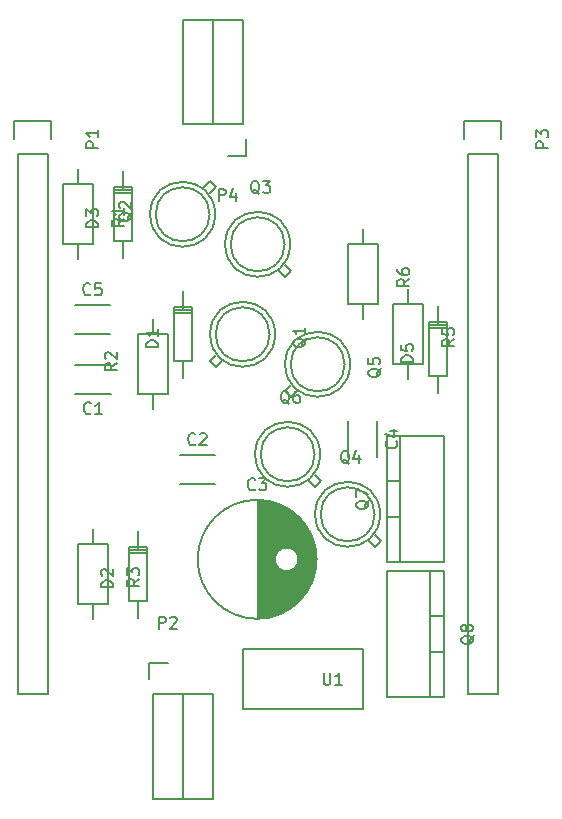
<source format=gbr>
G04 #@! TF.FileFunction,Legend,Top*
%FSLAX46Y46*%
G04 Gerber Fmt 4.6, Leading zero omitted, Abs format (unit mm)*
G04 Created by KiCad (PCBNEW 4.0.3+e1-6302~38~ubuntu16.04.1-stable) date Tue Aug 16 18:31:39 2016*
%MOMM*%
%LPD*%
G01*
G04 APERTURE LIST*
%ADD10C,0.100000*%
%ADD11C,0.150000*%
G04 APERTURE END LIST*
D10*
D11*
X48510000Y-102850000D02*
X45510000Y-102850000D01*
X45510000Y-100350000D02*
X48510000Y-100350000D01*
X54360000Y-107970000D02*
X57360000Y-107970000D01*
X57360000Y-110470000D02*
X54360000Y-110470000D01*
X60995000Y-111841000D02*
X60995000Y-121839000D01*
X61135000Y-111845000D02*
X61135000Y-121835000D01*
X61275000Y-111853000D02*
X61275000Y-121827000D01*
X61415000Y-111865000D02*
X61415000Y-121815000D01*
X61555000Y-111880000D02*
X61555000Y-121800000D01*
X61695000Y-111900000D02*
X61695000Y-121780000D01*
X61835000Y-111924000D02*
X61835000Y-121756000D01*
X61975000Y-111953000D02*
X61975000Y-121727000D01*
X62115000Y-111985000D02*
X62115000Y-121695000D01*
X62255000Y-112022000D02*
X62255000Y-121658000D01*
X62395000Y-112063000D02*
X62395000Y-121617000D01*
X62535000Y-112108000D02*
X62535000Y-116374000D01*
X62535000Y-117306000D02*
X62535000Y-121572000D01*
X62675000Y-112158000D02*
X62675000Y-116173000D01*
X62675000Y-117507000D02*
X62675000Y-121522000D01*
X62815000Y-112213000D02*
X62815000Y-116044000D01*
X62815000Y-117636000D02*
X62815000Y-121467000D01*
X62955000Y-112273000D02*
X62955000Y-115955000D01*
X62955000Y-117725000D02*
X62955000Y-121407000D01*
X63095000Y-112338000D02*
X63095000Y-115894000D01*
X63095000Y-117786000D02*
X63095000Y-121342000D01*
X63235000Y-112408000D02*
X63235000Y-115857000D01*
X63235000Y-117823000D02*
X63235000Y-121272000D01*
X63375000Y-112484000D02*
X63375000Y-115841000D01*
X63375000Y-117839000D02*
X63375000Y-121196000D01*
X63515000Y-112566000D02*
X63515000Y-115845000D01*
X63515000Y-117835000D02*
X63515000Y-121114000D01*
X63655000Y-112654000D02*
X63655000Y-115868000D01*
X63655000Y-117812000D02*
X63655000Y-121026000D01*
X63795000Y-112749000D02*
X63795000Y-115913000D01*
X63795000Y-117767000D02*
X63795000Y-120931000D01*
X63935000Y-112851000D02*
X63935000Y-115983000D01*
X63935000Y-117697000D02*
X63935000Y-120829000D01*
X64075000Y-112961000D02*
X64075000Y-116084000D01*
X64075000Y-117596000D02*
X64075000Y-120719000D01*
X64215000Y-113079000D02*
X64215000Y-116233000D01*
X64215000Y-117447000D02*
X64215000Y-120601000D01*
X64355000Y-113207000D02*
X64355000Y-116485000D01*
X64355000Y-117195000D02*
X64355000Y-120473000D01*
X64495000Y-113344000D02*
X64495000Y-120336000D01*
X64635000Y-113494000D02*
X64635000Y-120186000D01*
X64775000Y-113656000D02*
X64775000Y-120024000D01*
X64915000Y-113833000D02*
X64915000Y-119847000D01*
X65055000Y-114029000D02*
X65055000Y-119651000D01*
X65195000Y-114247000D02*
X65195000Y-119433000D01*
X65335000Y-114493000D02*
X65335000Y-119187000D01*
X65475000Y-114778000D02*
X65475000Y-118902000D01*
X65615000Y-115120000D02*
X65615000Y-118560000D01*
X65755000Y-115566000D02*
X65755000Y-118114000D01*
X65895000Y-116341000D02*
X65895000Y-117339000D01*
X64420000Y-116840000D02*
G75*
G03X64420000Y-116840000I-1000000J0D01*
G01*
X65957500Y-116840000D02*
G75*
G03X65957500Y-116840000I-5037500J0D01*
G01*
X71100000Y-105160000D02*
X71100000Y-108160000D01*
X68600000Y-108160000D02*
X68600000Y-105160000D01*
X45470000Y-95270000D02*
X48470000Y-95270000D01*
X48470000Y-97770000D02*
X45470000Y-97770000D01*
X54612540Y-100076520D02*
X54612540Y-101473520D01*
X54612540Y-95631520D02*
X54612540Y-94107520D01*
X55374540Y-96012520D02*
X53850540Y-96012520D01*
X55374540Y-95758520D02*
X53850540Y-95758520D01*
X54612540Y-95504520D02*
X53850540Y-95504520D01*
X53850540Y-95504520D02*
X53850540Y-100076520D01*
X53850540Y-100076520D02*
X55374540Y-100076520D01*
X55374540Y-100076520D02*
X55374540Y-95504520D01*
X55374540Y-95504520D02*
X54612540Y-95504520D01*
X49532540Y-89916520D02*
X49532540Y-91313520D01*
X49532540Y-85471520D02*
X49532540Y-83947520D01*
X50294540Y-85852520D02*
X48770540Y-85852520D01*
X50294540Y-85598520D02*
X48770540Y-85598520D01*
X49532540Y-85344520D02*
X48770540Y-85344520D01*
X48770540Y-85344520D02*
X48770540Y-89916520D01*
X48770540Y-89916520D02*
X50294540Y-89916520D01*
X50294540Y-89916520D02*
X50294540Y-85344520D01*
X50294540Y-85344520D02*
X49532540Y-85344520D01*
X40640000Y-82550000D02*
X40640000Y-128270000D01*
X40640000Y-128270000D02*
X43180000Y-128270000D01*
X43180000Y-128270000D02*
X43180000Y-82550000D01*
X40360000Y-79730000D02*
X40360000Y-81280000D01*
X40640000Y-82550000D02*
X43180000Y-82550000D01*
X43460000Y-81280000D02*
X43460000Y-79730000D01*
X43460000Y-79730000D02*
X40360000Y-79730000D01*
X57150000Y-137100000D02*
X57150000Y-128270000D01*
X54610000Y-137100000D02*
X57150000Y-137100000D01*
X54610000Y-128270000D02*
X54610000Y-137100000D01*
X54610000Y-128270000D02*
X57150000Y-128270000D01*
X52070000Y-128270000D02*
X54610000Y-128270000D01*
X53340000Y-125600000D02*
X51790000Y-125600000D01*
X51790000Y-125600000D02*
X51790000Y-127000000D01*
X52070000Y-128270000D02*
X52070000Y-137100000D01*
X52070000Y-137100000D02*
X54610000Y-137100000D01*
X54610000Y-137100000D02*
X54610000Y-128270000D01*
X78740000Y-82550000D02*
X78740000Y-128270000D01*
X78740000Y-128270000D02*
X81280000Y-128270000D01*
X81280000Y-128270000D02*
X81280000Y-82550000D01*
X78460000Y-79730000D02*
X78460000Y-81280000D01*
X78740000Y-82550000D02*
X81280000Y-82550000D01*
X81560000Y-81280000D02*
X81560000Y-79730000D01*
X81560000Y-79730000D02*
X78460000Y-79730000D01*
X54610000Y-71180000D02*
X54610000Y-80010000D01*
X57150000Y-71180000D02*
X54610000Y-71180000D01*
X57150000Y-80010000D02*
X57150000Y-71180000D01*
X57150000Y-80010000D02*
X54610000Y-80010000D01*
X59690000Y-80010000D02*
X57150000Y-80010000D01*
X58420000Y-82680000D02*
X59970000Y-82680000D01*
X59970000Y-82680000D02*
X59970000Y-81280000D01*
X59690000Y-80010000D02*
X59690000Y-71180000D01*
X59690000Y-71180000D02*
X57150000Y-71180000D01*
X57150000Y-71180000D02*
X57150000Y-80010000D01*
X57404000Y-100584000D02*
X57912000Y-100076000D01*
X57404000Y-99568000D02*
X56896000Y-100076000D01*
X56896000Y-100076000D02*
X57404000Y-100584000D01*
X61976000Y-97790000D02*
G75*
G03X61976000Y-97790000I-2286000J0D01*
G01*
X62440000Y-97790000D02*
G75*
G03X62440000Y-97790000I-2750000J0D01*
G01*
X56896000Y-84836000D02*
X56388000Y-85344000D01*
X56896000Y-85852000D02*
X57404000Y-85344000D01*
X57404000Y-85344000D02*
X56896000Y-84836000D01*
X56896000Y-87630000D02*
G75*
G03X56896000Y-87630000I-2286000J0D01*
G01*
X57360000Y-87630000D02*
G75*
G03X57360000Y-87630000I-2750000J0D01*
G01*
X63754000Y-92456000D02*
X63246000Y-91948000D01*
X62738000Y-92456000D02*
X63246000Y-92964000D01*
X63246000Y-92964000D02*
X63754000Y-92456000D01*
X63246000Y-90170000D02*
G75*
G03X63246000Y-90170000I-2286000J0D01*
G01*
X63710000Y-90170000D02*
G75*
G03X63710000Y-90170000I-2750000J0D01*
G01*
X71374000Y-115316000D02*
X70866000Y-114808000D01*
X70358000Y-115316000D02*
X70866000Y-115824000D01*
X70866000Y-115824000D02*
X71374000Y-115316000D01*
X70866000Y-113030000D02*
G75*
G03X70866000Y-113030000I-2286000J0D01*
G01*
X71330000Y-113030000D02*
G75*
G03X71330000Y-113030000I-2750000J0D01*
G01*
X63754000Y-103124000D02*
X64262000Y-102616000D01*
X63754000Y-102108000D02*
X63246000Y-102616000D01*
X63246000Y-102616000D02*
X63754000Y-103124000D01*
X68326000Y-100330000D02*
G75*
G03X68326000Y-100330000I-2286000J0D01*
G01*
X68790000Y-100330000D02*
G75*
G03X68790000Y-100330000I-2750000J0D01*
G01*
X66294000Y-110236000D02*
X65786000Y-109728000D01*
X65278000Y-110236000D02*
X65786000Y-110744000D01*
X65786000Y-110744000D02*
X66294000Y-110236000D01*
X65786000Y-107950000D02*
G75*
G03X65786000Y-107950000I-2286000J0D01*
G01*
X66250000Y-107950000D02*
G75*
G03X66250000Y-107950000I-2750000J0D01*
G01*
X71882000Y-113284000D02*
X73025000Y-113284000D01*
X71882000Y-110236000D02*
X73025000Y-110236000D01*
X73025000Y-106426000D02*
X76708000Y-106426000D01*
X76708000Y-106426000D02*
X76708000Y-117094000D01*
X76708000Y-117094000D02*
X73025000Y-117094000D01*
X71882000Y-106426000D02*
X73025000Y-106426000D01*
X73025000Y-106426000D02*
X73025000Y-117094000D01*
X73025000Y-117094000D02*
X71882000Y-117094000D01*
X71882000Y-111760000D02*
X71882000Y-117094000D01*
X71882000Y-111760000D02*
X71882000Y-106426000D01*
X76708000Y-121666000D02*
X75565000Y-121666000D01*
X76708000Y-124714000D02*
X75565000Y-124714000D01*
X75565000Y-128524000D02*
X71882000Y-128524000D01*
X71882000Y-128524000D02*
X71882000Y-117856000D01*
X71882000Y-117856000D02*
X75565000Y-117856000D01*
X76708000Y-128524000D02*
X75565000Y-128524000D01*
X75565000Y-128524000D02*
X75565000Y-117856000D01*
X75565000Y-117856000D02*
X76708000Y-117856000D01*
X76708000Y-123190000D02*
X76708000Y-117856000D01*
X76708000Y-123190000D02*
X76708000Y-128524000D01*
X46990000Y-85090000D02*
X46990000Y-90170000D01*
X46990000Y-90170000D02*
X44450000Y-90170000D01*
X44450000Y-90170000D02*
X44450000Y-85090000D01*
X44450000Y-85090000D02*
X46990000Y-85090000D01*
X45720000Y-85090000D02*
X45720000Y-83820000D01*
X45720000Y-90170000D02*
X45720000Y-91440000D01*
X50800000Y-102870000D02*
X50800000Y-97790000D01*
X50800000Y-97790000D02*
X53340000Y-97790000D01*
X53340000Y-97790000D02*
X53340000Y-102870000D01*
X53340000Y-102870000D02*
X50800000Y-102870000D01*
X52070000Y-102870000D02*
X52070000Y-104140000D01*
X52070000Y-97790000D02*
X52070000Y-96520000D01*
X48260000Y-115570000D02*
X48260000Y-120650000D01*
X48260000Y-120650000D02*
X45720000Y-120650000D01*
X45720000Y-120650000D02*
X45720000Y-115570000D01*
X45720000Y-115570000D02*
X48260000Y-115570000D01*
X46990000Y-115570000D02*
X46990000Y-114300000D01*
X46990000Y-120650000D02*
X46990000Y-121920000D01*
X74930000Y-95250000D02*
X74930000Y-100330000D01*
X74930000Y-100330000D02*
X72390000Y-100330000D01*
X72390000Y-100330000D02*
X72390000Y-95250000D01*
X72390000Y-95250000D02*
X74930000Y-95250000D01*
X73660000Y-95250000D02*
X73660000Y-93980000D01*
X73660000Y-100330000D02*
X73660000Y-101600000D01*
X71120000Y-90170000D02*
X71120000Y-95250000D01*
X71120000Y-95250000D02*
X68580000Y-95250000D01*
X68580000Y-95250000D02*
X68580000Y-90170000D01*
X68580000Y-90170000D02*
X71120000Y-90170000D01*
X69850000Y-90170000D02*
X69850000Y-88900000D01*
X69850000Y-95250000D02*
X69850000Y-96520000D01*
X59690000Y-124460000D02*
X69850000Y-124460000D01*
X69850000Y-124460000D02*
X69850000Y-129540000D01*
X69850000Y-129540000D02*
X59690000Y-129540000D01*
X59690000Y-129540000D02*
X59690000Y-124460000D01*
X76202540Y-101346520D02*
X76202540Y-102743520D01*
X76202540Y-96901520D02*
X76202540Y-95377520D01*
X76964540Y-97282520D02*
X75440540Y-97282520D01*
X76964540Y-97028520D02*
X75440540Y-97028520D01*
X76202540Y-96774520D02*
X75440540Y-96774520D01*
X75440540Y-96774520D02*
X75440540Y-101346520D01*
X75440540Y-101346520D02*
X76964540Y-101346520D01*
X76964540Y-101346520D02*
X76964540Y-96774520D01*
X76964540Y-96774520D02*
X76202540Y-96774520D01*
X50802540Y-120396520D02*
X50802540Y-121793520D01*
X50802540Y-115951520D02*
X50802540Y-114427520D01*
X51564540Y-116332520D02*
X50040540Y-116332520D01*
X51564540Y-116078520D02*
X50040540Y-116078520D01*
X50802540Y-115824520D02*
X50040540Y-115824520D01*
X50040540Y-115824520D02*
X50040540Y-120396520D01*
X50040540Y-120396520D02*
X51564540Y-120396520D01*
X51564540Y-120396520D02*
X51564540Y-115824520D01*
X51564540Y-115824520D02*
X50802540Y-115824520D01*
X46843334Y-104457143D02*
X46795715Y-104504762D01*
X46652858Y-104552381D01*
X46557620Y-104552381D01*
X46414762Y-104504762D01*
X46319524Y-104409524D01*
X46271905Y-104314286D01*
X46224286Y-104123810D01*
X46224286Y-103980952D01*
X46271905Y-103790476D01*
X46319524Y-103695238D01*
X46414762Y-103600000D01*
X46557620Y-103552381D01*
X46652858Y-103552381D01*
X46795715Y-103600000D01*
X46843334Y-103647619D01*
X47795715Y-104552381D02*
X47224286Y-104552381D01*
X47510000Y-104552381D02*
X47510000Y-103552381D01*
X47414762Y-103695238D01*
X47319524Y-103790476D01*
X47224286Y-103838095D01*
X55693334Y-107077143D02*
X55645715Y-107124762D01*
X55502858Y-107172381D01*
X55407620Y-107172381D01*
X55264762Y-107124762D01*
X55169524Y-107029524D01*
X55121905Y-106934286D01*
X55074286Y-106743810D01*
X55074286Y-106600952D01*
X55121905Y-106410476D01*
X55169524Y-106315238D01*
X55264762Y-106220000D01*
X55407620Y-106172381D01*
X55502858Y-106172381D01*
X55645715Y-106220000D01*
X55693334Y-106267619D01*
X56074286Y-106267619D02*
X56121905Y-106220000D01*
X56217143Y-106172381D01*
X56455239Y-106172381D01*
X56550477Y-106220000D01*
X56598096Y-106267619D01*
X56645715Y-106362857D01*
X56645715Y-106458095D01*
X56598096Y-106600952D01*
X56026667Y-107172381D01*
X56645715Y-107172381D01*
X60753334Y-110897143D02*
X60705715Y-110944762D01*
X60562858Y-110992381D01*
X60467620Y-110992381D01*
X60324762Y-110944762D01*
X60229524Y-110849524D01*
X60181905Y-110754286D01*
X60134286Y-110563810D01*
X60134286Y-110420952D01*
X60181905Y-110230476D01*
X60229524Y-110135238D01*
X60324762Y-110040000D01*
X60467620Y-109992381D01*
X60562858Y-109992381D01*
X60705715Y-110040000D01*
X60753334Y-110087619D01*
X61086667Y-109992381D02*
X61705715Y-109992381D01*
X61372381Y-110373333D01*
X61515239Y-110373333D01*
X61610477Y-110420952D01*
X61658096Y-110468571D01*
X61705715Y-110563810D01*
X61705715Y-110801905D01*
X61658096Y-110897143D01*
X61610477Y-110944762D01*
X61515239Y-110992381D01*
X61229524Y-110992381D01*
X61134286Y-110944762D01*
X61086667Y-110897143D01*
X72707143Y-106826666D02*
X72754762Y-106874285D01*
X72802381Y-107017142D01*
X72802381Y-107112380D01*
X72754762Y-107255238D01*
X72659524Y-107350476D01*
X72564286Y-107398095D01*
X72373810Y-107445714D01*
X72230952Y-107445714D01*
X72040476Y-107398095D01*
X71945238Y-107350476D01*
X71850000Y-107255238D01*
X71802381Y-107112380D01*
X71802381Y-107017142D01*
X71850000Y-106874285D01*
X71897619Y-106826666D01*
X72135714Y-105969523D02*
X72802381Y-105969523D01*
X71754762Y-106207619D02*
X72469048Y-106445714D01*
X72469048Y-105826666D01*
X46803334Y-94377143D02*
X46755715Y-94424762D01*
X46612858Y-94472381D01*
X46517620Y-94472381D01*
X46374762Y-94424762D01*
X46279524Y-94329524D01*
X46231905Y-94234286D01*
X46184286Y-94043810D01*
X46184286Y-93900952D01*
X46231905Y-93710476D01*
X46279524Y-93615238D01*
X46374762Y-93520000D01*
X46517620Y-93472381D01*
X46612858Y-93472381D01*
X46755715Y-93520000D01*
X46803334Y-93567619D01*
X47708096Y-93472381D02*
X47231905Y-93472381D01*
X47184286Y-93948571D01*
X47231905Y-93900952D01*
X47327143Y-93853333D01*
X47565239Y-93853333D01*
X47660477Y-93900952D01*
X47708096Y-93948571D01*
X47755715Y-94043810D01*
X47755715Y-94281905D01*
X47708096Y-94377143D01*
X47660477Y-94424762D01*
X47565239Y-94472381D01*
X47327143Y-94472381D01*
X47231905Y-94424762D01*
X47184286Y-94377143D01*
X52524921Y-98878615D02*
X51524921Y-98878615D01*
X51524921Y-98640520D01*
X51572540Y-98497662D01*
X51667778Y-98402424D01*
X51763016Y-98354805D01*
X51953492Y-98307186D01*
X52096350Y-98307186D01*
X52286826Y-98354805D01*
X52382064Y-98402424D01*
X52477302Y-98497662D01*
X52524921Y-98640520D01*
X52524921Y-98878615D01*
X52524921Y-97354805D02*
X52524921Y-97926234D01*
X52524921Y-97640520D02*
X51524921Y-97640520D01*
X51667778Y-97735758D01*
X51763016Y-97830996D01*
X51810635Y-97926234D01*
X47444921Y-88718615D02*
X46444921Y-88718615D01*
X46444921Y-88480520D01*
X46492540Y-88337662D01*
X46587778Y-88242424D01*
X46683016Y-88194805D01*
X46873492Y-88147186D01*
X47016350Y-88147186D01*
X47206826Y-88194805D01*
X47302064Y-88242424D01*
X47397302Y-88337662D01*
X47444921Y-88480520D01*
X47444921Y-88718615D01*
X46444921Y-87813853D02*
X46444921Y-87194805D01*
X46825873Y-87528139D01*
X46825873Y-87385281D01*
X46873492Y-87290043D01*
X46921111Y-87242424D01*
X47016350Y-87194805D01*
X47254445Y-87194805D01*
X47349683Y-87242424D01*
X47397302Y-87290043D01*
X47444921Y-87385281D01*
X47444921Y-87670996D01*
X47397302Y-87766234D01*
X47349683Y-87813853D01*
X47462381Y-82018095D02*
X46462381Y-82018095D01*
X46462381Y-81637142D01*
X46510000Y-81541904D01*
X46557619Y-81494285D01*
X46652857Y-81446666D01*
X46795714Y-81446666D01*
X46890952Y-81494285D01*
X46938571Y-81541904D01*
X46986190Y-81637142D01*
X46986190Y-82018095D01*
X47462381Y-80494285D02*
X47462381Y-81065714D01*
X47462381Y-80780000D02*
X46462381Y-80780000D01*
X46605238Y-80875238D01*
X46700476Y-80970476D01*
X46748095Y-81065714D01*
X52601905Y-122702381D02*
X52601905Y-121702381D01*
X52982858Y-121702381D01*
X53078096Y-121750000D01*
X53125715Y-121797619D01*
X53173334Y-121892857D01*
X53173334Y-122035714D01*
X53125715Y-122130952D01*
X53078096Y-122178571D01*
X52982858Y-122226190D01*
X52601905Y-122226190D01*
X53554286Y-121797619D02*
X53601905Y-121750000D01*
X53697143Y-121702381D01*
X53935239Y-121702381D01*
X54030477Y-121750000D01*
X54078096Y-121797619D01*
X54125715Y-121892857D01*
X54125715Y-121988095D01*
X54078096Y-122130952D01*
X53506667Y-122702381D01*
X54125715Y-122702381D01*
X85562381Y-82018095D02*
X84562381Y-82018095D01*
X84562381Y-81637142D01*
X84610000Y-81541904D01*
X84657619Y-81494285D01*
X84752857Y-81446666D01*
X84895714Y-81446666D01*
X84990952Y-81494285D01*
X85038571Y-81541904D01*
X85086190Y-81637142D01*
X85086190Y-82018095D01*
X84562381Y-81113333D02*
X84562381Y-80494285D01*
X84943333Y-80827619D01*
X84943333Y-80684761D01*
X84990952Y-80589523D01*
X85038571Y-80541904D01*
X85133810Y-80494285D01*
X85371905Y-80494285D01*
X85467143Y-80541904D01*
X85514762Y-80589523D01*
X85562381Y-80684761D01*
X85562381Y-80970476D01*
X85514762Y-81065714D01*
X85467143Y-81113333D01*
X57681905Y-86482381D02*
X57681905Y-85482381D01*
X58062858Y-85482381D01*
X58158096Y-85530000D01*
X58205715Y-85577619D01*
X58253334Y-85672857D01*
X58253334Y-85815714D01*
X58205715Y-85910952D01*
X58158096Y-85958571D01*
X58062858Y-86006190D01*
X57681905Y-86006190D01*
X59110477Y-85815714D02*
X59110477Y-86482381D01*
X58872381Y-85434762D02*
X58634286Y-86149048D01*
X59253334Y-86149048D01*
X65063619Y-98139238D02*
X65016000Y-98234476D01*
X64920762Y-98329714D01*
X64777905Y-98472571D01*
X64730286Y-98567810D01*
X64730286Y-98663048D01*
X64968381Y-98615429D02*
X64920762Y-98710667D01*
X64825524Y-98805905D01*
X64635048Y-98853524D01*
X64301714Y-98853524D01*
X64111238Y-98805905D01*
X64016000Y-98710667D01*
X63968381Y-98615429D01*
X63968381Y-98424952D01*
X64016000Y-98329714D01*
X64111238Y-98234476D01*
X64301714Y-98186857D01*
X64635048Y-98186857D01*
X64825524Y-98234476D01*
X64920762Y-98329714D01*
X64968381Y-98424952D01*
X64968381Y-98615429D01*
X64968381Y-97234476D02*
X64968381Y-97805905D01*
X64968381Y-97520191D02*
X63968381Y-97520191D01*
X64111238Y-97615429D01*
X64206476Y-97710667D01*
X64254095Y-97805905D01*
X50331619Y-87471238D02*
X50284000Y-87566476D01*
X50188762Y-87661714D01*
X50045905Y-87804571D01*
X49998286Y-87899810D01*
X49998286Y-87995048D01*
X50236381Y-87947429D02*
X50188762Y-88042667D01*
X50093524Y-88137905D01*
X49903048Y-88185524D01*
X49569714Y-88185524D01*
X49379238Y-88137905D01*
X49284000Y-88042667D01*
X49236381Y-87947429D01*
X49236381Y-87756952D01*
X49284000Y-87661714D01*
X49379238Y-87566476D01*
X49569714Y-87518857D01*
X49903048Y-87518857D01*
X50093524Y-87566476D01*
X50188762Y-87661714D01*
X50236381Y-87756952D01*
X50236381Y-87947429D01*
X49331619Y-87137905D02*
X49284000Y-87090286D01*
X49236381Y-86995048D01*
X49236381Y-86756952D01*
X49284000Y-86661714D01*
X49331619Y-86614095D01*
X49426857Y-86566476D01*
X49522095Y-86566476D01*
X49664952Y-86614095D01*
X50236381Y-87185524D01*
X50236381Y-86566476D01*
X61118762Y-85891619D02*
X61023524Y-85844000D01*
X60928286Y-85748762D01*
X60785429Y-85605905D01*
X60690190Y-85558286D01*
X60594952Y-85558286D01*
X60642571Y-85796381D02*
X60547333Y-85748762D01*
X60452095Y-85653524D01*
X60404476Y-85463048D01*
X60404476Y-85129714D01*
X60452095Y-84939238D01*
X60547333Y-84844000D01*
X60642571Y-84796381D01*
X60833048Y-84796381D01*
X60928286Y-84844000D01*
X61023524Y-84939238D01*
X61071143Y-85129714D01*
X61071143Y-85463048D01*
X61023524Y-85653524D01*
X60928286Y-85748762D01*
X60833048Y-85796381D01*
X60642571Y-85796381D01*
X61404476Y-84796381D02*
X62023524Y-84796381D01*
X61690190Y-85177333D01*
X61833048Y-85177333D01*
X61928286Y-85224952D01*
X61975905Y-85272571D01*
X62023524Y-85367810D01*
X62023524Y-85605905D01*
X61975905Y-85701143D01*
X61928286Y-85748762D01*
X61833048Y-85796381D01*
X61547333Y-85796381D01*
X61452095Y-85748762D01*
X61404476Y-85701143D01*
X68738762Y-108751619D02*
X68643524Y-108704000D01*
X68548286Y-108608762D01*
X68405429Y-108465905D01*
X68310190Y-108418286D01*
X68214952Y-108418286D01*
X68262571Y-108656381D02*
X68167333Y-108608762D01*
X68072095Y-108513524D01*
X68024476Y-108323048D01*
X68024476Y-107989714D01*
X68072095Y-107799238D01*
X68167333Y-107704000D01*
X68262571Y-107656381D01*
X68453048Y-107656381D01*
X68548286Y-107704000D01*
X68643524Y-107799238D01*
X68691143Y-107989714D01*
X68691143Y-108323048D01*
X68643524Y-108513524D01*
X68548286Y-108608762D01*
X68453048Y-108656381D01*
X68262571Y-108656381D01*
X69548286Y-107989714D02*
X69548286Y-108656381D01*
X69310190Y-107608762D02*
X69072095Y-108323048D01*
X69691143Y-108323048D01*
X71413619Y-100679238D02*
X71366000Y-100774476D01*
X71270762Y-100869714D01*
X71127905Y-101012571D01*
X71080286Y-101107810D01*
X71080286Y-101203048D01*
X71318381Y-101155429D02*
X71270762Y-101250667D01*
X71175524Y-101345905D01*
X70985048Y-101393524D01*
X70651714Y-101393524D01*
X70461238Y-101345905D01*
X70366000Y-101250667D01*
X70318381Y-101155429D01*
X70318381Y-100964952D01*
X70366000Y-100869714D01*
X70461238Y-100774476D01*
X70651714Y-100726857D01*
X70985048Y-100726857D01*
X71175524Y-100774476D01*
X71270762Y-100869714D01*
X71318381Y-100964952D01*
X71318381Y-101155429D01*
X70318381Y-99822095D02*
X70318381Y-100298286D01*
X70794571Y-100345905D01*
X70746952Y-100298286D01*
X70699333Y-100203048D01*
X70699333Y-99964952D01*
X70746952Y-99869714D01*
X70794571Y-99822095D01*
X70889810Y-99774476D01*
X71127905Y-99774476D01*
X71223143Y-99822095D01*
X71270762Y-99869714D01*
X71318381Y-99964952D01*
X71318381Y-100203048D01*
X71270762Y-100298286D01*
X71223143Y-100345905D01*
X63658762Y-103671619D02*
X63563524Y-103624000D01*
X63468286Y-103528762D01*
X63325429Y-103385905D01*
X63230190Y-103338286D01*
X63134952Y-103338286D01*
X63182571Y-103576381D02*
X63087333Y-103528762D01*
X62992095Y-103433524D01*
X62944476Y-103243048D01*
X62944476Y-102909714D01*
X62992095Y-102719238D01*
X63087333Y-102624000D01*
X63182571Y-102576381D01*
X63373048Y-102576381D01*
X63468286Y-102624000D01*
X63563524Y-102719238D01*
X63611143Y-102909714D01*
X63611143Y-103243048D01*
X63563524Y-103433524D01*
X63468286Y-103528762D01*
X63373048Y-103576381D01*
X63182571Y-103576381D01*
X64468286Y-102576381D02*
X64277809Y-102576381D01*
X64182571Y-102624000D01*
X64134952Y-102671619D01*
X64039714Y-102814476D01*
X63992095Y-103004952D01*
X63992095Y-103385905D01*
X64039714Y-103481143D01*
X64087333Y-103528762D01*
X64182571Y-103576381D01*
X64373048Y-103576381D01*
X64468286Y-103528762D01*
X64515905Y-103481143D01*
X64563524Y-103385905D01*
X64563524Y-103147810D01*
X64515905Y-103052571D01*
X64468286Y-103004952D01*
X64373048Y-102957333D01*
X64182571Y-102957333D01*
X64087333Y-103004952D01*
X64039714Y-103052571D01*
X63992095Y-103147810D01*
X70397619Y-111855238D02*
X70350000Y-111950476D01*
X70254762Y-112045714D01*
X70111905Y-112188571D01*
X70064286Y-112283810D01*
X70064286Y-112379048D01*
X70302381Y-112331429D02*
X70254762Y-112426667D01*
X70159524Y-112521905D01*
X69969048Y-112569524D01*
X69635714Y-112569524D01*
X69445238Y-112521905D01*
X69350000Y-112426667D01*
X69302381Y-112331429D01*
X69302381Y-112140952D01*
X69350000Y-112045714D01*
X69445238Y-111950476D01*
X69635714Y-111902857D01*
X69969048Y-111902857D01*
X70159524Y-111950476D01*
X70254762Y-112045714D01*
X70302381Y-112140952D01*
X70302381Y-112331429D01*
X69302381Y-111569524D02*
X69302381Y-110902857D01*
X70302381Y-111331429D01*
X79287619Y-123285238D02*
X79240000Y-123380476D01*
X79144762Y-123475714D01*
X79001905Y-123618571D01*
X78954286Y-123713810D01*
X78954286Y-123809048D01*
X79192381Y-123761429D02*
X79144762Y-123856667D01*
X79049524Y-123951905D01*
X78859048Y-123999524D01*
X78525714Y-123999524D01*
X78335238Y-123951905D01*
X78240000Y-123856667D01*
X78192381Y-123761429D01*
X78192381Y-123570952D01*
X78240000Y-123475714D01*
X78335238Y-123380476D01*
X78525714Y-123332857D01*
X78859048Y-123332857D01*
X79049524Y-123380476D01*
X79144762Y-123475714D01*
X79192381Y-123570952D01*
X79192381Y-123761429D01*
X78620952Y-122761429D02*
X78573333Y-122856667D01*
X78525714Y-122904286D01*
X78430476Y-122951905D01*
X78382857Y-122951905D01*
X78287619Y-122904286D01*
X78240000Y-122856667D01*
X78192381Y-122761429D01*
X78192381Y-122570952D01*
X78240000Y-122475714D01*
X78287619Y-122428095D01*
X78382857Y-122380476D01*
X78430476Y-122380476D01*
X78525714Y-122428095D01*
X78573333Y-122475714D01*
X78620952Y-122570952D01*
X78620952Y-122761429D01*
X78668571Y-122856667D01*
X78716190Y-122904286D01*
X78811429Y-122951905D01*
X79001905Y-122951905D01*
X79097143Y-122904286D01*
X79144762Y-122856667D01*
X79192381Y-122761429D01*
X79192381Y-122570952D01*
X79144762Y-122475714D01*
X79097143Y-122428095D01*
X79001905Y-122380476D01*
X78811429Y-122380476D01*
X78716190Y-122428095D01*
X78668571Y-122475714D01*
X78620952Y-122570952D01*
X49672501Y-88045586D02*
X49196310Y-88378920D01*
X49672501Y-88617015D02*
X48672501Y-88617015D01*
X48672501Y-88236062D01*
X48720120Y-88140824D01*
X48767739Y-88093205D01*
X48862977Y-88045586D01*
X49005834Y-88045586D01*
X49101072Y-88093205D01*
X49148691Y-88140824D01*
X49196310Y-88236062D01*
X49196310Y-88617015D01*
X49672501Y-87093205D02*
X49672501Y-87664634D01*
X49672501Y-87378920D02*
X48672501Y-87378920D01*
X48815358Y-87474158D01*
X48910596Y-87569396D01*
X48958215Y-87664634D01*
X49022261Y-100247746D02*
X48546070Y-100581080D01*
X49022261Y-100819175D02*
X48022261Y-100819175D01*
X48022261Y-100438222D01*
X48069880Y-100342984D01*
X48117499Y-100295365D01*
X48212737Y-100247746D01*
X48355594Y-100247746D01*
X48450832Y-100295365D01*
X48498451Y-100342984D01*
X48546070Y-100438222D01*
X48546070Y-100819175D01*
X48117499Y-99866794D02*
X48069880Y-99819175D01*
X48022261Y-99723937D01*
X48022261Y-99485841D01*
X48069880Y-99390603D01*
X48117499Y-99342984D01*
X48212737Y-99295365D01*
X48307975Y-99295365D01*
X48450832Y-99342984D01*
X49022261Y-99914413D01*
X49022261Y-99295365D01*
X50942501Y-118525586D02*
X50466310Y-118858920D01*
X50942501Y-119097015D02*
X49942501Y-119097015D01*
X49942501Y-118716062D01*
X49990120Y-118620824D01*
X50037739Y-118573205D01*
X50132977Y-118525586D01*
X50275834Y-118525586D01*
X50371072Y-118573205D01*
X50418691Y-118620824D01*
X50466310Y-118716062D01*
X50466310Y-119097015D01*
X49942501Y-118192253D02*
X49942501Y-117573205D01*
X50323453Y-117906539D01*
X50323453Y-117763681D01*
X50371072Y-117668443D01*
X50418691Y-117620824D01*
X50513930Y-117573205D01*
X50752025Y-117573205D01*
X50847263Y-117620824D01*
X50894882Y-117668443D01*
X50942501Y-117763681D01*
X50942501Y-118049396D01*
X50894882Y-118144634D01*
X50847263Y-118192253D01*
X77612501Y-98205586D02*
X77136310Y-98538920D01*
X77612501Y-98777015D02*
X76612501Y-98777015D01*
X76612501Y-98396062D01*
X76660120Y-98300824D01*
X76707739Y-98253205D01*
X76802977Y-98205586D01*
X76945834Y-98205586D01*
X77041072Y-98253205D01*
X77088691Y-98300824D01*
X77136310Y-98396062D01*
X77136310Y-98777015D01*
X76612501Y-97300824D02*
X76612501Y-97777015D01*
X77088691Y-97824634D01*
X77041072Y-97777015D01*
X76993453Y-97681777D01*
X76993453Y-97443681D01*
X77041072Y-97348443D01*
X77088691Y-97300824D01*
X77183930Y-97253205D01*
X77422025Y-97253205D01*
X77517263Y-97300824D01*
X77564882Y-97348443D01*
X77612501Y-97443681D01*
X77612501Y-97681777D01*
X77564882Y-97777015D01*
X77517263Y-97824634D01*
X73802501Y-93125586D02*
X73326310Y-93458920D01*
X73802501Y-93697015D02*
X72802501Y-93697015D01*
X72802501Y-93316062D01*
X72850120Y-93220824D01*
X72897739Y-93173205D01*
X72992977Y-93125586D01*
X73135834Y-93125586D01*
X73231072Y-93173205D01*
X73278691Y-93220824D01*
X73326310Y-93316062D01*
X73326310Y-93697015D01*
X72802501Y-92268443D02*
X72802501Y-92458920D01*
X72850120Y-92554158D01*
X72897739Y-92601777D01*
X73040596Y-92697015D01*
X73231072Y-92744634D01*
X73612025Y-92744634D01*
X73707263Y-92697015D01*
X73754882Y-92649396D01*
X73802501Y-92554158D01*
X73802501Y-92363681D01*
X73754882Y-92268443D01*
X73707263Y-92220824D01*
X73612025Y-92173205D01*
X73373930Y-92173205D01*
X73278691Y-92220824D01*
X73231072Y-92268443D01*
X73183453Y-92363681D01*
X73183453Y-92554158D01*
X73231072Y-92649396D01*
X73278691Y-92697015D01*
X73373930Y-92744634D01*
X66548095Y-126452381D02*
X66548095Y-127261905D01*
X66595714Y-127357143D01*
X66643333Y-127404762D01*
X66738571Y-127452381D01*
X66929048Y-127452381D01*
X67024286Y-127404762D01*
X67071905Y-127357143D01*
X67119524Y-127261905D01*
X67119524Y-126452381D01*
X68119524Y-127452381D02*
X67548095Y-127452381D01*
X67833809Y-127452381D02*
X67833809Y-126452381D01*
X67738571Y-126595238D01*
X67643333Y-126690476D01*
X67548095Y-126738095D01*
X74114921Y-100148615D02*
X73114921Y-100148615D01*
X73114921Y-99910520D01*
X73162540Y-99767662D01*
X73257778Y-99672424D01*
X73353016Y-99624805D01*
X73543492Y-99577186D01*
X73686350Y-99577186D01*
X73876826Y-99624805D01*
X73972064Y-99672424D01*
X74067302Y-99767662D01*
X74114921Y-99910520D01*
X74114921Y-100148615D01*
X73114921Y-98672424D02*
X73114921Y-99148615D01*
X73591111Y-99196234D01*
X73543492Y-99148615D01*
X73495873Y-99053377D01*
X73495873Y-98815281D01*
X73543492Y-98720043D01*
X73591111Y-98672424D01*
X73686350Y-98624805D01*
X73924445Y-98624805D01*
X74019683Y-98672424D01*
X74067302Y-98720043D01*
X74114921Y-98815281D01*
X74114921Y-99053377D01*
X74067302Y-99148615D01*
X74019683Y-99196234D01*
X48714921Y-119198615D02*
X47714921Y-119198615D01*
X47714921Y-118960520D01*
X47762540Y-118817662D01*
X47857778Y-118722424D01*
X47953016Y-118674805D01*
X48143492Y-118627186D01*
X48286350Y-118627186D01*
X48476826Y-118674805D01*
X48572064Y-118722424D01*
X48667302Y-118817662D01*
X48714921Y-118960520D01*
X48714921Y-119198615D01*
X47810159Y-118246234D02*
X47762540Y-118198615D01*
X47714921Y-118103377D01*
X47714921Y-117865281D01*
X47762540Y-117770043D01*
X47810159Y-117722424D01*
X47905397Y-117674805D01*
X48000635Y-117674805D01*
X48143492Y-117722424D01*
X48714921Y-118293853D01*
X48714921Y-117674805D01*
M02*

</source>
